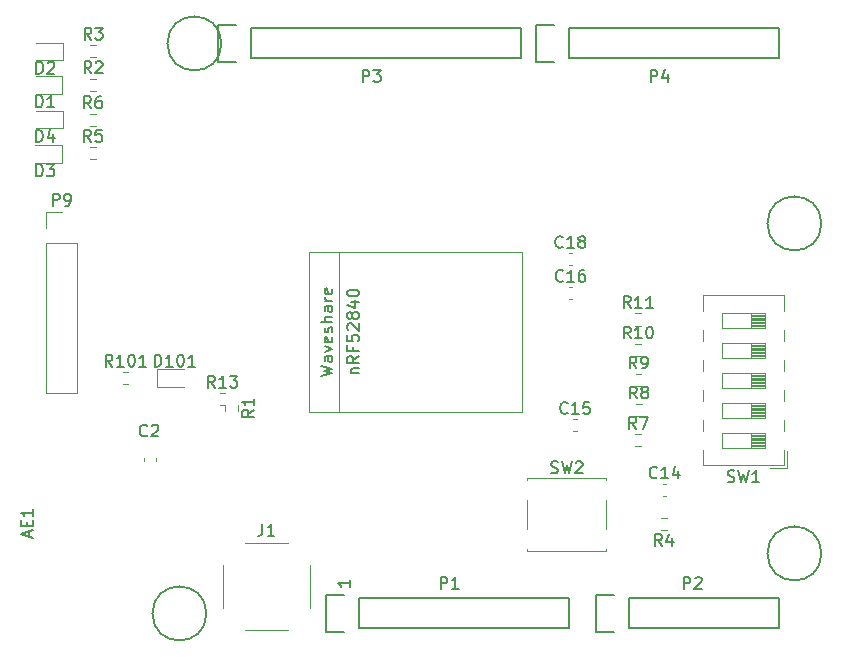
<source format=gbr>
%TF.GenerationSoftware,KiCad,Pcbnew,(5.1.7)-1*%
%TF.CreationDate,2020-11-28T10:02:44+01:00*%
%TF.ProjectId,Rhizo_Receiver_Shield,5268697a-6f5f-4526-9563-65697665725f,rev?*%
%TF.SameCoordinates,Original*%
%TF.FileFunction,Legend,Top*%
%TF.FilePolarity,Positive*%
%FSLAX46Y46*%
G04 Gerber Fmt 4.6, Leading zero omitted, Abs format (unit mm)*
G04 Created by KiCad (PCBNEW (5.1.7)-1) date 2020-11-28 10:02:44*
%MOMM*%
%LPD*%
G01*
G04 APERTURE LIST*
%ADD10C,0.150000*%
%ADD11C,0.120000*%
G04 APERTURE END LIST*
D10*
X139390380Y-120999285D02*
X139390380Y-121570714D01*
X139390380Y-121285000D02*
X138390380Y-121285000D01*
X138533238Y-121380238D01*
X138628476Y-121475476D01*
X138676095Y-121570714D01*
D11*
%TO.C,P9*%
X113671040Y-89833140D02*
X115001040Y-89833140D01*
X113671040Y-91163140D02*
X113671040Y-89833140D01*
X113671040Y-92433140D02*
X116331040Y-92433140D01*
X116331040Y-92433140D02*
X116331040Y-105193140D01*
X113671040Y-92433140D02*
X113671040Y-105193140D01*
X113671040Y-105193140D02*
X116331040Y-105193140D01*
%TO.C,C18*%
X157912853Y-94350300D02*
X158205387Y-94350300D01*
X157912853Y-93330300D02*
X158205387Y-93330300D01*
%TO.C,C16*%
X157934613Y-97223040D02*
X158227147Y-97223040D01*
X157934613Y-96203040D02*
X158227147Y-96203040D01*
%TO.C,C15*%
X158324333Y-108416820D02*
X158616867Y-108416820D01*
X158324333Y-107396820D02*
X158616867Y-107396820D01*
%TO.C,C14*%
X165890993Y-113885440D02*
X166183527Y-113885440D01*
X165890993Y-112865440D02*
X166183527Y-112865440D01*
%TO.C,C2*%
X122948160Y-110924727D02*
X122948160Y-110632193D01*
X121928160Y-110924727D02*
X121928160Y-110632193D01*
%TO.C,J1*%
X130534000Y-117859000D02*
X134134000Y-117859000D01*
X130534000Y-125219000D02*
X134134000Y-125219000D01*
X136014000Y-119739000D02*
X136014000Y-123339000D01*
X128654000Y-119739000D02*
X128654000Y-123339000D01*
%TO.C,U101*%
X138467280Y-93230940D02*
X138467280Y-106730940D01*
X153967280Y-93230940D02*
X135967280Y-93230940D01*
X153967280Y-106730940D02*
X153967280Y-93230940D01*
X135967280Y-106730940D02*
X153967280Y-106730940D01*
X135967280Y-93230940D02*
X135967280Y-106730940D01*
%TO.C,SW2*%
X154370240Y-118546560D02*
X161070240Y-118546560D01*
X161070240Y-112346560D02*
X154370240Y-112346560D01*
X161070240Y-114246560D02*
X161070240Y-116646560D01*
X154370240Y-114246560D02*
X154370240Y-116646560D01*
X154370240Y-112346560D02*
X154370240Y-112546560D01*
X154370240Y-118546560D02*
X154370240Y-118346560D01*
X161070240Y-118546560D02*
X161070240Y-118346560D01*
X161070240Y-112346560D02*
X161070240Y-112546560D01*
%TO.C,SW1*%
X173325873Y-99618800D02*
X173325873Y-98348800D01*
X174532540Y-98418800D02*
X173325873Y-98418800D01*
X174532540Y-98538800D02*
X173325873Y-98538800D01*
X174532540Y-98658800D02*
X173325873Y-98658800D01*
X174532540Y-98778800D02*
X173325873Y-98778800D01*
X174532540Y-98898800D02*
X173325873Y-98898800D01*
X174532540Y-99018800D02*
X173325873Y-99018800D01*
X174532540Y-99138800D02*
X173325873Y-99138800D01*
X174532540Y-99258800D02*
X173325873Y-99258800D01*
X174532540Y-99378800D02*
X173325873Y-99378800D01*
X174532540Y-99498800D02*
X173325873Y-99498800D01*
X170912540Y-99618800D02*
X174532540Y-99618800D01*
X170912540Y-98348800D02*
X170912540Y-99618800D01*
X174532540Y-98348800D02*
X170912540Y-98348800D01*
X174532540Y-99618800D02*
X174532540Y-98348800D01*
X173325873Y-102158800D02*
X173325873Y-100888800D01*
X174532540Y-100958800D02*
X173325873Y-100958800D01*
X174532540Y-101078800D02*
X173325873Y-101078800D01*
X174532540Y-101198800D02*
X173325873Y-101198800D01*
X174532540Y-101318800D02*
X173325873Y-101318800D01*
X174532540Y-101438800D02*
X173325873Y-101438800D01*
X174532540Y-101558800D02*
X173325873Y-101558800D01*
X174532540Y-101678800D02*
X173325873Y-101678800D01*
X174532540Y-101798800D02*
X173325873Y-101798800D01*
X174532540Y-101918800D02*
X173325873Y-101918800D01*
X174532540Y-102038800D02*
X173325873Y-102038800D01*
X170912540Y-102158800D02*
X174532540Y-102158800D01*
X170912540Y-100888800D02*
X170912540Y-102158800D01*
X174532540Y-100888800D02*
X170912540Y-100888800D01*
X174532540Y-102158800D02*
X174532540Y-100888800D01*
X173325873Y-104698800D02*
X173325873Y-103428800D01*
X174532540Y-103498800D02*
X173325873Y-103498800D01*
X174532540Y-103618800D02*
X173325873Y-103618800D01*
X174532540Y-103738800D02*
X173325873Y-103738800D01*
X174532540Y-103858800D02*
X173325873Y-103858800D01*
X174532540Y-103978800D02*
X173325873Y-103978800D01*
X174532540Y-104098800D02*
X173325873Y-104098800D01*
X174532540Y-104218800D02*
X173325873Y-104218800D01*
X174532540Y-104338800D02*
X173325873Y-104338800D01*
X174532540Y-104458800D02*
X173325873Y-104458800D01*
X174532540Y-104578800D02*
X173325873Y-104578800D01*
X170912540Y-104698800D02*
X174532540Y-104698800D01*
X170912540Y-103428800D02*
X170912540Y-104698800D01*
X174532540Y-103428800D02*
X170912540Y-103428800D01*
X174532540Y-104698800D02*
X174532540Y-103428800D01*
X173325873Y-107238800D02*
X173325873Y-105968800D01*
X174532540Y-106038800D02*
X173325873Y-106038800D01*
X174532540Y-106158800D02*
X173325873Y-106158800D01*
X174532540Y-106278800D02*
X173325873Y-106278800D01*
X174532540Y-106398800D02*
X173325873Y-106398800D01*
X174532540Y-106518800D02*
X173325873Y-106518800D01*
X174532540Y-106638800D02*
X173325873Y-106638800D01*
X174532540Y-106758800D02*
X173325873Y-106758800D01*
X174532540Y-106878800D02*
X173325873Y-106878800D01*
X174532540Y-106998800D02*
X173325873Y-106998800D01*
X174532540Y-107118800D02*
X173325873Y-107118800D01*
X170912540Y-107238800D02*
X174532540Y-107238800D01*
X170912540Y-105968800D02*
X170912540Y-107238800D01*
X174532540Y-105968800D02*
X170912540Y-105968800D01*
X174532540Y-107238800D02*
X174532540Y-105968800D01*
X173325873Y-109778800D02*
X173325873Y-108508800D01*
X174532540Y-108578800D02*
X173325873Y-108578800D01*
X174532540Y-108698800D02*
X173325873Y-108698800D01*
X174532540Y-108818800D02*
X173325873Y-108818800D01*
X174532540Y-108938800D02*
X173325873Y-108938800D01*
X174532540Y-109058800D02*
X173325873Y-109058800D01*
X174532540Y-109178800D02*
X173325873Y-109178800D01*
X174532540Y-109298800D02*
X173325873Y-109298800D01*
X174532540Y-109418800D02*
X173325873Y-109418800D01*
X174532540Y-109538800D02*
X173325873Y-109538800D01*
X174532540Y-109658800D02*
X173325873Y-109658800D01*
X170912540Y-109778800D02*
X174532540Y-109778800D01*
X170912540Y-108508800D02*
X170912540Y-109778800D01*
X174532540Y-108508800D02*
X170912540Y-108508800D01*
X174532540Y-109778800D02*
X174532540Y-108508800D01*
X176372540Y-111493800D02*
X176372540Y-110110800D01*
X176372540Y-111493800D02*
X174989540Y-111493800D01*
X169312540Y-108343800D02*
X169312540Y-107403800D01*
X169312540Y-111253800D02*
X169312540Y-109943800D01*
X169312540Y-105803800D02*
X169312540Y-104863800D01*
X169312540Y-103263800D02*
X169312540Y-102323800D01*
X169312540Y-100723800D02*
X169312540Y-99783800D01*
X169312540Y-98183800D02*
X169312540Y-96872800D01*
X176132540Y-98183800D02*
X176132540Y-96872800D01*
X176132540Y-100723800D02*
X176132540Y-99783800D01*
X176132540Y-103263800D02*
X176132540Y-102323800D01*
X176132540Y-105803800D02*
X176132540Y-104863800D01*
X176132540Y-108343800D02*
X176132540Y-107403800D01*
X176132540Y-111253800D02*
X176132540Y-109943800D01*
X176132540Y-96872800D02*
X169312540Y-96872800D01*
X176132540Y-111253800D02*
X169312540Y-111253800D01*
%TO.C,R101*%
X120173482Y-104416120D02*
X120647998Y-104416120D01*
X120173482Y-103371120D02*
X120647998Y-103371120D01*
%TO.C,R13*%
X128382762Y-106194120D02*
X128857278Y-106194120D01*
X128382762Y-105149120D02*
X128857278Y-105149120D01*
%TO.C,R11*%
X163566842Y-98413040D02*
X164041358Y-98413040D01*
X163566842Y-99458040D02*
X164041358Y-99458040D01*
%TO.C,R10*%
X163567342Y-102036140D02*
X164041858Y-102036140D01*
X163567342Y-100991140D02*
X164041858Y-100991140D01*
%TO.C,R9*%
X163595282Y-104571060D02*
X164069798Y-104571060D01*
X163595282Y-103526060D02*
X164069798Y-103526060D01*
%TO.C,R8*%
X163628302Y-107113600D02*
X164102818Y-107113600D01*
X163628302Y-106068600D02*
X164102818Y-106068600D01*
%TO.C,R7*%
X163565302Y-108623840D02*
X164039818Y-108623840D01*
X163565302Y-109668840D02*
X164039818Y-109668840D01*
%TO.C,R6*%
X117409962Y-82541640D02*
X117884478Y-82541640D01*
X117409962Y-81496640D02*
X117884478Y-81496640D01*
%TO.C,R5*%
X117402342Y-85376280D02*
X117876858Y-85376280D01*
X117402342Y-84331280D02*
X117876858Y-84331280D01*
%TO.C,R4*%
X166219138Y-115702820D02*
X165744622Y-115702820D01*
X166219138Y-116747820D02*
X165744622Y-116747820D01*
%TO.C,R3*%
X117437902Y-76737740D02*
X117912418Y-76737740D01*
X117437902Y-75692740D02*
X117912418Y-75692740D01*
%TO.C,R2*%
X117435362Y-79582540D02*
X117909878Y-79582540D01*
X117435362Y-78537540D02*
X117909878Y-78537540D01*
%TO.C,R1*%
X128867640Y-106186202D02*
X128867640Y-106660718D01*
X129912640Y-106186202D02*
X129912640Y-106660718D01*
%TO.C,D101*%
X123074160Y-104628620D02*
X125359160Y-104628620D01*
X123074160Y-103158620D02*
X123074160Y-104628620D01*
X125359160Y-103158620D02*
X123074160Y-103158620D01*
%TO.C,D4*%
X115073700Y-81273980D02*
X112788700Y-81273980D01*
X115073700Y-82743980D02*
X115073700Y-81273980D01*
X112788700Y-82743980D02*
X115073700Y-82743980D01*
%TO.C,D3*%
X115055920Y-84187360D02*
X112770920Y-84187360D01*
X115055920Y-85657360D02*
X115055920Y-84187360D01*
X112770920Y-85657360D02*
X115055920Y-85657360D01*
%TO.C,D2*%
X115081320Y-75492940D02*
X112796320Y-75492940D01*
X115081320Y-76962940D02*
X115081320Y-75492940D01*
X112796320Y-76962940D02*
X115081320Y-76962940D01*
%TO.C,D1*%
X115068820Y-78342820D02*
X112783820Y-78342820D01*
X115068820Y-79812820D02*
X115068820Y-78342820D01*
X112783820Y-79812820D02*
X115068820Y-79812820D01*
D10*
%TO.C,P1*%
X140208000Y-125095000D02*
X157988000Y-125095000D01*
X157988000Y-125095000D02*
X157988000Y-122555000D01*
X157988000Y-122555000D02*
X140208000Y-122555000D01*
X137388000Y-125375000D02*
X138938000Y-125375000D01*
X140208000Y-125095000D02*
X140208000Y-122555000D01*
X138938000Y-122275000D02*
X137388000Y-122275000D01*
X137388000Y-122275000D02*
X137388000Y-125375000D01*
%TO.C,P2*%
X163068000Y-125095000D02*
X175768000Y-125095000D01*
X175768000Y-125095000D02*
X175768000Y-122555000D01*
X175768000Y-122555000D02*
X163068000Y-122555000D01*
X160248000Y-125375000D02*
X161798000Y-125375000D01*
X163068000Y-125095000D02*
X163068000Y-122555000D01*
X161798000Y-122275000D02*
X160248000Y-122275000D01*
X160248000Y-122275000D02*
X160248000Y-125375000D01*
%TO.C,P3*%
X131064000Y-76835000D02*
X153924000Y-76835000D01*
X153924000Y-76835000D02*
X153924000Y-74295000D01*
X153924000Y-74295000D02*
X131064000Y-74295000D01*
X128244000Y-77115000D02*
X129794000Y-77115000D01*
X131064000Y-76835000D02*
X131064000Y-74295000D01*
X129794000Y-74015000D02*
X128244000Y-74015000D01*
X128244000Y-74015000D02*
X128244000Y-77115000D01*
%TO.C,P4*%
X157988000Y-76835000D02*
X175768000Y-76835000D01*
X175768000Y-76835000D02*
X175768000Y-74295000D01*
X175768000Y-74295000D02*
X157988000Y-74295000D01*
X155168000Y-77115000D02*
X156718000Y-77115000D01*
X157988000Y-76835000D02*
X157988000Y-74295000D01*
X156718000Y-74015000D02*
X155168000Y-74015000D01*
X155168000Y-74015000D02*
X155168000Y-77115000D01*
%TO.C,P5*%
X127254000Y-123825000D02*
G75*
G03*
X127254000Y-123825000I-2286000J0D01*
G01*
%TO.C,P6*%
X179324000Y-118745000D02*
G75*
G03*
X179324000Y-118745000I-2286000J0D01*
G01*
%TO.C,P7*%
X128524000Y-75565000D02*
G75*
G03*
X128524000Y-75565000I-2286000J0D01*
G01*
%TO.C,P8*%
X179324000Y-90805000D02*
G75*
G03*
X179324000Y-90805000I-2286000J0D01*
G01*
%TO.C,P9*%
X114262944Y-89285520D02*
X114262944Y-88285520D01*
X114643897Y-88285520D01*
X114739135Y-88333140D01*
X114786754Y-88380759D01*
X114834373Y-88475997D01*
X114834373Y-88618854D01*
X114786754Y-88714092D01*
X114739135Y-88761711D01*
X114643897Y-88809330D01*
X114262944Y-88809330D01*
X115310563Y-89285520D02*
X115501040Y-89285520D01*
X115596278Y-89237901D01*
X115643897Y-89190282D01*
X115739135Y-89047425D01*
X115786754Y-88856949D01*
X115786754Y-88475997D01*
X115739135Y-88380759D01*
X115691516Y-88333140D01*
X115596278Y-88285520D01*
X115405801Y-88285520D01*
X115310563Y-88333140D01*
X115262944Y-88380759D01*
X115215325Y-88475997D01*
X115215325Y-88714092D01*
X115262944Y-88809330D01*
X115310563Y-88856949D01*
X115405801Y-88904568D01*
X115596278Y-88904568D01*
X115691516Y-88856949D01*
X115739135Y-88809330D01*
X115786754Y-88714092D01*
%TO.C,C18*%
X157416262Y-92767442D02*
X157368643Y-92815061D01*
X157225786Y-92862680D01*
X157130548Y-92862680D01*
X156987691Y-92815061D01*
X156892453Y-92719823D01*
X156844834Y-92624585D01*
X156797215Y-92434109D01*
X156797215Y-92291252D01*
X156844834Y-92100776D01*
X156892453Y-92005538D01*
X156987691Y-91910300D01*
X157130548Y-91862680D01*
X157225786Y-91862680D01*
X157368643Y-91910300D01*
X157416262Y-91957919D01*
X158368643Y-92862680D02*
X157797215Y-92862680D01*
X158082929Y-92862680D02*
X158082929Y-91862680D01*
X157987691Y-92005538D01*
X157892453Y-92100776D01*
X157797215Y-92148395D01*
X158940072Y-92291252D02*
X158844834Y-92243633D01*
X158797215Y-92196014D01*
X158749596Y-92100776D01*
X158749596Y-92053157D01*
X158797215Y-91957919D01*
X158844834Y-91910300D01*
X158940072Y-91862680D01*
X159130548Y-91862680D01*
X159225786Y-91910300D01*
X159273405Y-91957919D01*
X159321024Y-92053157D01*
X159321024Y-92100776D01*
X159273405Y-92196014D01*
X159225786Y-92243633D01*
X159130548Y-92291252D01*
X158940072Y-92291252D01*
X158844834Y-92338871D01*
X158797215Y-92386490D01*
X158749596Y-92481728D01*
X158749596Y-92672204D01*
X158797215Y-92767442D01*
X158844834Y-92815061D01*
X158940072Y-92862680D01*
X159130548Y-92862680D01*
X159225786Y-92815061D01*
X159273405Y-92767442D01*
X159321024Y-92672204D01*
X159321024Y-92481728D01*
X159273405Y-92386490D01*
X159225786Y-92338871D01*
X159130548Y-92291252D01*
%TO.C,C16*%
X157438022Y-95640182D02*
X157390403Y-95687801D01*
X157247546Y-95735420D01*
X157152308Y-95735420D01*
X157009451Y-95687801D01*
X156914213Y-95592563D01*
X156866594Y-95497325D01*
X156818975Y-95306849D01*
X156818975Y-95163992D01*
X156866594Y-94973516D01*
X156914213Y-94878278D01*
X157009451Y-94783040D01*
X157152308Y-94735420D01*
X157247546Y-94735420D01*
X157390403Y-94783040D01*
X157438022Y-94830659D01*
X158390403Y-95735420D02*
X157818975Y-95735420D01*
X158104689Y-95735420D02*
X158104689Y-94735420D01*
X158009451Y-94878278D01*
X157914213Y-94973516D01*
X157818975Y-95021135D01*
X159247546Y-94735420D02*
X159057070Y-94735420D01*
X158961832Y-94783040D01*
X158914213Y-94830659D01*
X158818975Y-94973516D01*
X158771356Y-95163992D01*
X158771356Y-95544944D01*
X158818975Y-95640182D01*
X158866594Y-95687801D01*
X158961832Y-95735420D01*
X159152308Y-95735420D01*
X159247546Y-95687801D01*
X159295165Y-95640182D01*
X159342784Y-95544944D01*
X159342784Y-95306849D01*
X159295165Y-95211611D01*
X159247546Y-95163992D01*
X159152308Y-95116373D01*
X158961832Y-95116373D01*
X158866594Y-95163992D01*
X158818975Y-95211611D01*
X158771356Y-95306849D01*
%TO.C,C15*%
X157827742Y-106833962D02*
X157780123Y-106881581D01*
X157637266Y-106929200D01*
X157542028Y-106929200D01*
X157399171Y-106881581D01*
X157303933Y-106786343D01*
X157256314Y-106691105D01*
X157208695Y-106500629D01*
X157208695Y-106357772D01*
X157256314Y-106167296D01*
X157303933Y-106072058D01*
X157399171Y-105976820D01*
X157542028Y-105929200D01*
X157637266Y-105929200D01*
X157780123Y-105976820D01*
X157827742Y-106024439D01*
X158780123Y-106929200D02*
X158208695Y-106929200D01*
X158494409Y-106929200D02*
X158494409Y-105929200D01*
X158399171Y-106072058D01*
X158303933Y-106167296D01*
X158208695Y-106214915D01*
X159684885Y-105929200D02*
X159208695Y-105929200D01*
X159161076Y-106405391D01*
X159208695Y-106357772D01*
X159303933Y-106310153D01*
X159542028Y-106310153D01*
X159637266Y-106357772D01*
X159684885Y-106405391D01*
X159732504Y-106500629D01*
X159732504Y-106738724D01*
X159684885Y-106833962D01*
X159637266Y-106881581D01*
X159542028Y-106929200D01*
X159303933Y-106929200D01*
X159208695Y-106881581D01*
X159161076Y-106833962D01*
%TO.C,C14*%
X165394402Y-112302582D02*
X165346783Y-112350201D01*
X165203926Y-112397820D01*
X165108688Y-112397820D01*
X164965831Y-112350201D01*
X164870593Y-112254963D01*
X164822974Y-112159725D01*
X164775355Y-111969249D01*
X164775355Y-111826392D01*
X164822974Y-111635916D01*
X164870593Y-111540678D01*
X164965831Y-111445440D01*
X165108688Y-111397820D01*
X165203926Y-111397820D01*
X165346783Y-111445440D01*
X165394402Y-111493059D01*
X166346783Y-112397820D02*
X165775355Y-112397820D01*
X166061069Y-112397820D02*
X166061069Y-111397820D01*
X165965831Y-111540678D01*
X165870593Y-111635916D01*
X165775355Y-111683535D01*
X167203926Y-111731154D02*
X167203926Y-112397820D01*
X166965831Y-111350201D02*
X166727736Y-112064487D01*
X167346783Y-112064487D01*
%TO.C,C2*%
X122230853Y-108741482D02*
X122183234Y-108789101D01*
X122040377Y-108836720D01*
X121945139Y-108836720D01*
X121802281Y-108789101D01*
X121707043Y-108693863D01*
X121659424Y-108598625D01*
X121611805Y-108408149D01*
X121611805Y-108265292D01*
X121659424Y-108074816D01*
X121707043Y-107979578D01*
X121802281Y-107884340D01*
X121945139Y-107836720D01*
X122040377Y-107836720D01*
X122183234Y-107884340D01*
X122230853Y-107931959D01*
X122611805Y-107931959D02*
X122659424Y-107884340D01*
X122754662Y-107836720D01*
X122992758Y-107836720D01*
X123087996Y-107884340D01*
X123135615Y-107931959D01*
X123183234Y-108027197D01*
X123183234Y-108122435D01*
X123135615Y-108265292D01*
X122564186Y-108836720D01*
X123183234Y-108836720D01*
%TO.C,J1*%
X132000666Y-116241380D02*
X132000666Y-116955666D01*
X131953047Y-117098523D01*
X131857809Y-117193761D01*
X131714952Y-117241380D01*
X131619714Y-117241380D01*
X133000666Y-117241380D02*
X132429238Y-117241380D01*
X132714952Y-117241380D02*
X132714952Y-116241380D01*
X132619714Y-116384238D01*
X132524476Y-116479476D01*
X132429238Y-116527095D01*
%TO.C,U101*%
X139502994Y-103504749D02*
X140169660Y-103504749D01*
X139598232Y-103504749D02*
X139550613Y-103457130D01*
X139502994Y-103361892D01*
X139502994Y-103219035D01*
X139550613Y-103123797D01*
X139645851Y-103076178D01*
X140169660Y-103076178D01*
X140169660Y-102028559D02*
X139693470Y-102361892D01*
X140169660Y-102599987D02*
X139169660Y-102599987D01*
X139169660Y-102219035D01*
X139217280Y-102123797D01*
X139264899Y-102076178D01*
X139360137Y-102028559D01*
X139502994Y-102028559D01*
X139598232Y-102076178D01*
X139645851Y-102123797D01*
X139693470Y-102219035D01*
X139693470Y-102599987D01*
X139645851Y-101266654D02*
X139645851Y-101599987D01*
X140169660Y-101599987D02*
X139169660Y-101599987D01*
X139169660Y-101123797D01*
X139169660Y-100266654D02*
X139169660Y-100742844D01*
X139645851Y-100790463D01*
X139598232Y-100742844D01*
X139550613Y-100647606D01*
X139550613Y-100409511D01*
X139598232Y-100314273D01*
X139645851Y-100266654D01*
X139741089Y-100219035D01*
X139979184Y-100219035D01*
X140074422Y-100266654D01*
X140122041Y-100314273D01*
X140169660Y-100409511D01*
X140169660Y-100647606D01*
X140122041Y-100742844D01*
X140074422Y-100790463D01*
X139264899Y-99838082D02*
X139217280Y-99790463D01*
X139169660Y-99695225D01*
X139169660Y-99457130D01*
X139217280Y-99361892D01*
X139264899Y-99314273D01*
X139360137Y-99266654D01*
X139455375Y-99266654D01*
X139598232Y-99314273D01*
X140169660Y-99885701D01*
X140169660Y-99266654D01*
X139598232Y-98695225D02*
X139550613Y-98790463D01*
X139502994Y-98838082D01*
X139407756Y-98885701D01*
X139360137Y-98885701D01*
X139264899Y-98838082D01*
X139217280Y-98790463D01*
X139169660Y-98695225D01*
X139169660Y-98504749D01*
X139217280Y-98409511D01*
X139264899Y-98361892D01*
X139360137Y-98314273D01*
X139407756Y-98314273D01*
X139502994Y-98361892D01*
X139550613Y-98409511D01*
X139598232Y-98504749D01*
X139598232Y-98695225D01*
X139645851Y-98790463D01*
X139693470Y-98838082D01*
X139788708Y-98885701D01*
X139979184Y-98885701D01*
X140074422Y-98838082D01*
X140122041Y-98790463D01*
X140169660Y-98695225D01*
X140169660Y-98504749D01*
X140122041Y-98409511D01*
X140074422Y-98361892D01*
X139979184Y-98314273D01*
X139788708Y-98314273D01*
X139693470Y-98361892D01*
X139645851Y-98409511D01*
X139598232Y-98504749D01*
X139502994Y-97457130D02*
X140169660Y-97457130D01*
X139122041Y-97695225D02*
X139836327Y-97933320D01*
X139836327Y-97314273D01*
X139169660Y-96742844D02*
X139169660Y-96647606D01*
X139217280Y-96552368D01*
X139264899Y-96504749D01*
X139360137Y-96457130D01*
X139550613Y-96409511D01*
X139788708Y-96409511D01*
X139979184Y-96457130D01*
X140074422Y-96504749D01*
X140122041Y-96552368D01*
X140169660Y-96647606D01*
X140169660Y-96742844D01*
X140122041Y-96838082D01*
X140074422Y-96885701D01*
X139979184Y-96933320D01*
X139788708Y-96980940D01*
X139550613Y-96980940D01*
X139360137Y-96933320D01*
X139264899Y-96885701D01*
X139217280Y-96838082D01*
X139169660Y-96742844D01*
X136919660Y-103719035D02*
X137919660Y-103480940D01*
X137205375Y-103290463D01*
X137919660Y-103099987D01*
X136919660Y-102861892D01*
X137919660Y-102052368D02*
X137395851Y-102052368D01*
X137300613Y-102099987D01*
X137252994Y-102195225D01*
X137252994Y-102385701D01*
X137300613Y-102480940D01*
X137872041Y-102052368D02*
X137919660Y-102147606D01*
X137919660Y-102385701D01*
X137872041Y-102480940D01*
X137776803Y-102528559D01*
X137681565Y-102528559D01*
X137586327Y-102480940D01*
X137538708Y-102385701D01*
X137538708Y-102147606D01*
X137491089Y-102052368D01*
X137252994Y-101671416D02*
X137919660Y-101433320D01*
X137252994Y-101195225D01*
X137872041Y-100433320D02*
X137919660Y-100528559D01*
X137919660Y-100719035D01*
X137872041Y-100814273D01*
X137776803Y-100861892D01*
X137395851Y-100861892D01*
X137300613Y-100814273D01*
X137252994Y-100719035D01*
X137252994Y-100528559D01*
X137300613Y-100433320D01*
X137395851Y-100385701D01*
X137491089Y-100385701D01*
X137586327Y-100861892D01*
X137872041Y-100004749D02*
X137919660Y-99909511D01*
X137919660Y-99719035D01*
X137872041Y-99623797D01*
X137776803Y-99576178D01*
X137729184Y-99576178D01*
X137633946Y-99623797D01*
X137586327Y-99719035D01*
X137586327Y-99861892D01*
X137538708Y-99957130D01*
X137443470Y-100004749D01*
X137395851Y-100004749D01*
X137300613Y-99957130D01*
X137252994Y-99861892D01*
X137252994Y-99719035D01*
X137300613Y-99623797D01*
X137919660Y-99147606D02*
X136919660Y-99147606D01*
X137919660Y-98719035D02*
X137395851Y-98719035D01*
X137300613Y-98766654D01*
X137252994Y-98861892D01*
X137252994Y-99004749D01*
X137300613Y-99099987D01*
X137348232Y-99147606D01*
X137919660Y-97814273D02*
X137395851Y-97814273D01*
X137300613Y-97861892D01*
X137252994Y-97957130D01*
X137252994Y-98147606D01*
X137300613Y-98242844D01*
X137872041Y-97814273D02*
X137919660Y-97909511D01*
X137919660Y-98147606D01*
X137872041Y-98242844D01*
X137776803Y-98290463D01*
X137681565Y-98290463D01*
X137586327Y-98242844D01*
X137538708Y-98147606D01*
X137538708Y-97909511D01*
X137491089Y-97814273D01*
X137919660Y-97338082D02*
X137252994Y-97338082D01*
X137443470Y-97338082D02*
X137348232Y-97290463D01*
X137300613Y-97242844D01*
X137252994Y-97147606D01*
X137252994Y-97052368D01*
X137872041Y-96338082D02*
X137919660Y-96433320D01*
X137919660Y-96623797D01*
X137872041Y-96719035D01*
X137776803Y-96766654D01*
X137395851Y-96766654D01*
X137300613Y-96719035D01*
X137252994Y-96623797D01*
X137252994Y-96433320D01*
X137300613Y-96338082D01*
X137395851Y-96290463D01*
X137491089Y-96290463D01*
X137586327Y-96766654D01*
%TO.C,SW2*%
X156436906Y-111901321D02*
X156579763Y-111948940D01*
X156817859Y-111948940D01*
X156913097Y-111901321D01*
X156960716Y-111853702D01*
X157008335Y-111758464D01*
X157008335Y-111663226D01*
X156960716Y-111567988D01*
X156913097Y-111520369D01*
X156817859Y-111472750D01*
X156627382Y-111425131D01*
X156532144Y-111377512D01*
X156484525Y-111329893D01*
X156436906Y-111234655D01*
X156436906Y-111139417D01*
X156484525Y-111044179D01*
X156532144Y-110996560D01*
X156627382Y-110948940D01*
X156865478Y-110948940D01*
X157008335Y-110996560D01*
X157341668Y-110948940D02*
X157579763Y-111948940D01*
X157770240Y-111234655D01*
X157960716Y-111948940D01*
X158198811Y-110948940D01*
X158532144Y-111044179D02*
X158579763Y-110996560D01*
X158675001Y-110948940D01*
X158913097Y-110948940D01*
X159008335Y-110996560D01*
X159055954Y-111044179D01*
X159103573Y-111139417D01*
X159103573Y-111234655D01*
X159055954Y-111377512D01*
X158484525Y-111948940D01*
X159103573Y-111948940D01*
%TO.C,SW1*%
X171389206Y-112658561D02*
X171532063Y-112706180D01*
X171770159Y-112706180D01*
X171865397Y-112658561D01*
X171913016Y-112610942D01*
X171960635Y-112515704D01*
X171960635Y-112420466D01*
X171913016Y-112325228D01*
X171865397Y-112277609D01*
X171770159Y-112229990D01*
X171579682Y-112182371D01*
X171484444Y-112134752D01*
X171436825Y-112087133D01*
X171389206Y-111991895D01*
X171389206Y-111896657D01*
X171436825Y-111801419D01*
X171484444Y-111753800D01*
X171579682Y-111706180D01*
X171817778Y-111706180D01*
X171960635Y-111753800D01*
X172293968Y-111706180D02*
X172532063Y-112706180D01*
X172722540Y-111991895D01*
X172913016Y-112706180D01*
X173151111Y-111706180D01*
X174055873Y-112706180D02*
X173484444Y-112706180D01*
X173770159Y-112706180D02*
X173770159Y-111706180D01*
X173674920Y-111849038D01*
X173579682Y-111944276D01*
X173484444Y-111991895D01*
%TO.C,R101*%
X119291692Y-102916000D02*
X118958359Y-102439810D01*
X118720263Y-102916000D02*
X118720263Y-101916000D01*
X119101216Y-101916000D01*
X119196454Y-101963620D01*
X119244073Y-102011239D01*
X119291692Y-102106477D01*
X119291692Y-102249334D01*
X119244073Y-102344572D01*
X119196454Y-102392191D01*
X119101216Y-102439810D01*
X118720263Y-102439810D01*
X120244073Y-102916000D02*
X119672644Y-102916000D01*
X119958359Y-102916000D02*
X119958359Y-101916000D01*
X119863120Y-102058858D01*
X119767882Y-102154096D01*
X119672644Y-102201715D01*
X120863120Y-101916000D02*
X120958359Y-101916000D01*
X121053597Y-101963620D01*
X121101216Y-102011239D01*
X121148835Y-102106477D01*
X121196454Y-102296953D01*
X121196454Y-102535048D01*
X121148835Y-102725524D01*
X121101216Y-102820762D01*
X121053597Y-102868381D01*
X120958359Y-102916000D01*
X120863120Y-102916000D01*
X120767882Y-102868381D01*
X120720263Y-102820762D01*
X120672644Y-102725524D01*
X120625025Y-102535048D01*
X120625025Y-102296953D01*
X120672644Y-102106477D01*
X120720263Y-102011239D01*
X120767882Y-101963620D01*
X120863120Y-101916000D01*
X122148835Y-102916000D02*
X121577406Y-102916000D01*
X121863120Y-102916000D02*
X121863120Y-101916000D01*
X121767882Y-102058858D01*
X121672644Y-102154096D01*
X121577406Y-102201715D01*
%TO.C,R13*%
X127977162Y-104694000D02*
X127643829Y-104217810D01*
X127405734Y-104694000D02*
X127405734Y-103694000D01*
X127786686Y-103694000D01*
X127881924Y-103741620D01*
X127929543Y-103789239D01*
X127977162Y-103884477D01*
X127977162Y-104027334D01*
X127929543Y-104122572D01*
X127881924Y-104170191D01*
X127786686Y-104217810D01*
X127405734Y-104217810D01*
X128929543Y-104694000D02*
X128358115Y-104694000D01*
X128643829Y-104694000D02*
X128643829Y-103694000D01*
X128548591Y-103836858D01*
X128453353Y-103932096D01*
X128358115Y-103979715D01*
X129262877Y-103694000D02*
X129881924Y-103694000D01*
X129548591Y-104074953D01*
X129691448Y-104074953D01*
X129786686Y-104122572D01*
X129834305Y-104170191D01*
X129881924Y-104265429D01*
X129881924Y-104503524D01*
X129834305Y-104598762D01*
X129786686Y-104646381D01*
X129691448Y-104694000D01*
X129405734Y-104694000D01*
X129310496Y-104646381D01*
X129262877Y-104598762D01*
%TO.C,R11*%
X163161242Y-97957920D02*
X162827909Y-97481730D01*
X162589814Y-97957920D02*
X162589814Y-96957920D01*
X162970766Y-96957920D01*
X163066004Y-97005540D01*
X163113623Y-97053159D01*
X163161242Y-97148397D01*
X163161242Y-97291254D01*
X163113623Y-97386492D01*
X163066004Y-97434111D01*
X162970766Y-97481730D01*
X162589814Y-97481730D01*
X164113623Y-97957920D02*
X163542195Y-97957920D01*
X163827909Y-97957920D02*
X163827909Y-96957920D01*
X163732671Y-97100778D01*
X163637433Y-97196016D01*
X163542195Y-97243635D01*
X165066004Y-97957920D02*
X164494576Y-97957920D01*
X164780290Y-97957920D02*
X164780290Y-96957920D01*
X164685052Y-97100778D01*
X164589814Y-97196016D01*
X164494576Y-97243635D01*
%TO.C,R10*%
X163161742Y-100536020D02*
X162828409Y-100059830D01*
X162590314Y-100536020D02*
X162590314Y-99536020D01*
X162971266Y-99536020D01*
X163066504Y-99583640D01*
X163114123Y-99631259D01*
X163161742Y-99726497D01*
X163161742Y-99869354D01*
X163114123Y-99964592D01*
X163066504Y-100012211D01*
X162971266Y-100059830D01*
X162590314Y-100059830D01*
X164114123Y-100536020D02*
X163542695Y-100536020D01*
X163828409Y-100536020D02*
X163828409Y-99536020D01*
X163733171Y-99678878D01*
X163637933Y-99774116D01*
X163542695Y-99821735D01*
X164733171Y-99536020D02*
X164828409Y-99536020D01*
X164923647Y-99583640D01*
X164971266Y-99631259D01*
X165018885Y-99726497D01*
X165066504Y-99916973D01*
X165066504Y-100155068D01*
X165018885Y-100345544D01*
X164971266Y-100440782D01*
X164923647Y-100488401D01*
X164828409Y-100536020D01*
X164733171Y-100536020D01*
X164637933Y-100488401D01*
X164590314Y-100440782D01*
X164542695Y-100345544D01*
X164495076Y-100155068D01*
X164495076Y-99916973D01*
X164542695Y-99726497D01*
X164590314Y-99631259D01*
X164637933Y-99583640D01*
X164733171Y-99536020D01*
%TO.C,R9*%
X163665873Y-103070940D02*
X163332540Y-102594750D01*
X163094444Y-103070940D02*
X163094444Y-102070940D01*
X163475397Y-102070940D01*
X163570635Y-102118560D01*
X163618254Y-102166179D01*
X163665873Y-102261417D01*
X163665873Y-102404274D01*
X163618254Y-102499512D01*
X163570635Y-102547131D01*
X163475397Y-102594750D01*
X163094444Y-102594750D01*
X164142063Y-103070940D02*
X164332540Y-103070940D01*
X164427778Y-103023321D01*
X164475397Y-102975702D01*
X164570635Y-102832845D01*
X164618254Y-102642369D01*
X164618254Y-102261417D01*
X164570635Y-102166179D01*
X164523016Y-102118560D01*
X164427778Y-102070940D01*
X164237301Y-102070940D01*
X164142063Y-102118560D01*
X164094444Y-102166179D01*
X164046825Y-102261417D01*
X164046825Y-102499512D01*
X164094444Y-102594750D01*
X164142063Y-102642369D01*
X164237301Y-102689988D01*
X164427778Y-102689988D01*
X164523016Y-102642369D01*
X164570635Y-102594750D01*
X164618254Y-102499512D01*
%TO.C,R8*%
X163698893Y-105613480D02*
X163365560Y-105137290D01*
X163127464Y-105613480D02*
X163127464Y-104613480D01*
X163508417Y-104613480D01*
X163603655Y-104661100D01*
X163651274Y-104708719D01*
X163698893Y-104803957D01*
X163698893Y-104946814D01*
X163651274Y-105042052D01*
X163603655Y-105089671D01*
X163508417Y-105137290D01*
X163127464Y-105137290D01*
X164270321Y-105042052D02*
X164175083Y-104994433D01*
X164127464Y-104946814D01*
X164079845Y-104851576D01*
X164079845Y-104803957D01*
X164127464Y-104708719D01*
X164175083Y-104661100D01*
X164270321Y-104613480D01*
X164460798Y-104613480D01*
X164556036Y-104661100D01*
X164603655Y-104708719D01*
X164651274Y-104803957D01*
X164651274Y-104851576D01*
X164603655Y-104946814D01*
X164556036Y-104994433D01*
X164460798Y-105042052D01*
X164270321Y-105042052D01*
X164175083Y-105089671D01*
X164127464Y-105137290D01*
X164079845Y-105232528D01*
X164079845Y-105423004D01*
X164127464Y-105518242D01*
X164175083Y-105565861D01*
X164270321Y-105613480D01*
X164460798Y-105613480D01*
X164556036Y-105565861D01*
X164603655Y-105518242D01*
X164651274Y-105423004D01*
X164651274Y-105232528D01*
X164603655Y-105137290D01*
X164556036Y-105089671D01*
X164460798Y-105042052D01*
%TO.C,R7*%
X163635893Y-108168720D02*
X163302560Y-107692530D01*
X163064464Y-108168720D02*
X163064464Y-107168720D01*
X163445417Y-107168720D01*
X163540655Y-107216340D01*
X163588274Y-107263959D01*
X163635893Y-107359197D01*
X163635893Y-107502054D01*
X163588274Y-107597292D01*
X163540655Y-107644911D01*
X163445417Y-107692530D01*
X163064464Y-107692530D01*
X163969226Y-107168720D02*
X164635893Y-107168720D01*
X164207321Y-108168720D01*
%TO.C,R6*%
X117480553Y-81041520D02*
X117147220Y-80565330D01*
X116909124Y-81041520D02*
X116909124Y-80041520D01*
X117290077Y-80041520D01*
X117385315Y-80089140D01*
X117432934Y-80136759D01*
X117480553Y-80231997D01*
X117480553Y-80374854D01*
X117432934Y-80470092D01*
X117385315Y-80517711D01*
X117290077Y-80565330D01*
X116909124Y-80565330D01*
X118337696Y-80041520D02*
X118147220Y-80041520D01*
X118051981Y-80089140D01*
X118004362Y-80136759D01*
X117909124Y-80279616D01*
X117861505Y-80470092D01*
X117861505Y-80851044D01*
X117909124Y-80946282D01*
X117956743Y-80993901D01*
X118051981Y-81041520D01*
X118242458Y-81041520D01*
X118337696Y-80993901D01*
X118385315Y-80946282D01*
X118432934Y-80851044D01*
X118432934Y-80612949D01*
X118385315Y-80517711D01*
X118337696Y-80470092D01*
X118242458Y-80422473D01*
X118051981Y-80422473D01*
X117956743Y-80470092D01*
X117909124Y-80517711D01*
X117861505Y-80612949D01*
%TO.C,R5*%
X117472933Y-83876160D02*
X117139600Y-83399970D01*
X116901504Y-83876160D02*
X116901504Y-82876160D01*
X117282457Y-82876160D01*
X117377695Y-82923780D01*
X117425314Y-82971399D01*
X117472933Y-83066637D01*
X117472933Y-83209494D01*
X117425314Y-83304732D01*
X117377695Y-83352351D01*
X117282457Y-83399970D01*
X116901504Y-83399970D01*
X118377695Y-82876160D02*
X117901504Y-82876160D01*
X117853885Y-83352351D01*
X117901504Y-83304732D01*
X117996742Y-83257113D01*
X118234838Y-83257113D01*
X118330076Y-83304732D01*
X118377695Y-83352351D01*
X118425314Y-83447589D01*
X118425314Y-83685684D01*
X118377695Y-83780922D01*
X118330076Y-83828541D01*
X118234838Y-83876160D01*
X117996742Y-83876160D01*
X117901504Y-83828541D01*
X117853885Y-83780922D01*
%TO.C,R4*%
X165815213Y-118107700D02*
X165481880Y-117631510D01*
X165243784Y-118107700D02*
X165243784Y-117107700D01*
X165624737Y-117107700D01*
X165719975Y-117155320D01*
X165767594Y-117202939D01*
X165815213Y-117298177D01*
X165815213Y-117441034D01*
X165767594Y-117536272D01*
X165719975Y-117583891D01*
X165624737Y-117631510D01*
X165243784Y-117631510D01*
X166672356Y-117441034D02*
X166672356Y-118107700D01*
X166434260Y-117060081D02*
X166196165Y-117774367D01*
X166815213Y-117774367D01*
%TO.C,R3*%
X117508493Y-75237620D02*
X117175160Y-74761430D01*
X116937064Y-75237620D02*
X116937064Y-74237620D01*
X117318017Y-74237620D01*
X117413255Y-74285240D01*
X117460874Y-74332859D01*
X117508493Y-74428097D01*
X117508493Y-74570954D01*
X117460874Y-74666192D01*
X117413255Y-74713811D01*
X117318017Y-74761430D01*
X116937064Y-74761430D01*
X117841826Y-74237620D02*
X118460874Y-74237620D01*
X118127540Y-74618573D01*
X118270398Y-74618573D01*
X118365636Y-74666192D01*
X118413255Y-74713811D01*
X118460874Y-74809049D01*
X118460874Y-75047144D01*
X118413255Y-75142382D01*
X118365636Y-75190001D01*
X118270398Y-75237620D01*
X117984683Y-75237620D01*
X117889445Y-75190001D01*
X117841826Y-75142382D01*
%TO.C,R2*%
X117505953Y-78082420D02*
X117172620Y-77606230D01*
X116934524Y-78082420D02*
X116934524Y-77082420D01*
X117315477Y-77082420D01*
X117410715Y-77130040D01*
X117458334Y-77177659D01*
X117505953Y-77272897D01*
X117505953Y-77415754D01*
X117458334Y-77510992D01*
X117410715Y-77558611D01*
X117315477Y-77606230D01*
X116934524Y-77606230D01*
X117886905Y-77177659D02*
X117934524Y-77130040D01*
X118029762Y-77082420D01*
X118267858Y-77082420D01*
X118363096Y-77130040D01*
X118410715Y-77177659D01*
X118458334Y-77272897D01*
X118458334Y-77368135D01*
X118410715Y-77510992D01*
X117839286Y-78082420D01*
X118458334Y-78082420D01*
%TO.C,R1*%
X131272520Y-106590126D02*
X130796330Y-106923460D01*
X131272520Y-107161555D02*
X130272520Y-107161555D01*
X130272520Y-106780602D01*
X130320140Y-106685364D01*
X130367759Y-106637745D01*
X130462997Y-106590126D01*
X130605854Y-106590126D01*
X130701092Y-106637745D01*
X130748711Y-106685364D01*
X130796330Y-106780602D01*
X130796330Y-107161555D01*
X131272520Y-105637745D02*
X131272520Y-106209174D01*
X131272520Y-105923460D02*
X130272520Y-105923460D01*
X130415378Y-106018698D01*
X130510616Y-106113936D01*
X130558235Y-106209174D01*
%TO.C,D101*%
X122868683Y-102916000D02*
X122868683Y-101916000D01*
X123106779Y-101916000D01*
X123249636Y-101963620D01*
X123344874Y-102058858D01*
X123392493Y-102154096D01*
X123440112Y-102344572D01*
X123440112Y-102487429D01*
X123392493Y-102677905D01*
X123344874Y-102773143D01*
X123249636Y-102868381D01*
X123106779Y-102916000D01*
X122868683Y-102916000D01*
X124392493Y-102916000D02*
X123821064Y-102916000D01*
X124106779Y-102916000D02*
X124106779Y-101916000D01*
X124011540Y-102058858D01*
X123916302Y-102154096D01*
X123821064Y-102201715D01*
X125011540Y-101916000D02*
X125106779Y-101916000D01*
X125202017Y-101963620D01*
X125249636Y-102011239D01*
X125297255Y-102106477D01*
X125344874Y-102296953D01*
X125344874Y-102535048D01*
X125297255Y-102725524D01*
X125249636Y-102820762D01*
X125202017Y-102868381D01*
X125106779Y-102916000D01*
X125011540Y-102916000D01*
X124916302Y-102868381D01*
X124868683Y-102820762D01*
X124821064Y-102725524D01*
X124773445Y-102535048D01*
X124773445Y-102296953D01*
X124821064Y-102106477D01*
X124868683Y-102011239D01*
X124916302Y-101963620D01*
X125011540Y-101916000D01*
X126297255Y-102916000D02*
X125725826Y-102916000D01*
X126011540Y-102916000D02*
X126011540Y-101916000D01*
X125916302Y-102058858D01*
X125821064Y-102154096D01*
X125725826Y-102201715D01*
%TO.C,D4*%
X112850604Y-83891360D02*
X112850604Y-82891360D01*
X113088700Y-82891360D01*
X113231557Y-82938980D01*
X113326795Y-83034218D01*
X113374414Y-83129456D01*
X113422033Y-83319932D01*
X113422033Y-83462789D01*
X113374414Y-83653265D01*
X113326795Y-83748503D01*
X113231557Y-83843741D01*
X113088700Y-83891360D01*
X112850604Y-83891360D01*
X114279176Y-83224694D02*
X114279176Y-83891360D01*
X114041080Y-82843741D02*
X113802985Y-83558027D01*
X114422033Y-83558027D01*
%TO.C,D3*%
X112832824Y-86804740D02*
X112832824Y-85804740D01*
X113070920Y-85804740D01*
X113213777Y-85852360D01*
X113309015Y-85947598D01*
X113356634Y-86042836D01*
X113404253Y-86233312D01*
X113404253Y-86376169D01*
X113356634Y-86566645D01*
X113309015Y-86661883D01*
X113213777Y-86757121D01*
X113070920Y-86804740D01*
X112832824Y-86804740D01*
X113737586Y-85804740D02*
X114356634Y-85804740D01*
X114023300Y-86185693D01*
X114166158Y-86185693D01*
X114261396Y-86233312D01*
X114309015Y-86280931D01*
X114356634Y-86376169D01*
X114356634Y-86614264D01*
X114309015Y-86709502D01*
X114261396Y-86757121D01*
X114166158Y-86804740D01*
X113880443Y-86804740D01*
X113785205Y-86757121D01*
X113737586Y-86709502D01*
%TO.C,D2*%
X112858224Y-78110320D02*
X112858224Y-77110320D01*
X113096320Y-77110320D01*
X113239177Y-77157940D01*
X113334415Y-77253178D01*
X113382034Y-77348416D01*
X113429653Y-77538892D01*
X113429653Y-77681749D01*
X113382034Y-77872225D01*
X113334415Y-77967463D01*
X113239177Y-78062701D01*
X113096320Y-78110320D01*
X112858224Y-78110320D01*
X113810605Y-77205559D02*
X113858224Y-77157940D01*
X113953462Y-77110320D01*
X114191558Y-77110320D01*
X114286796Y-77157940D01*
X114334415Y-77205559D01*
X114382034Y-77300797D01*
X114382034Y-77396035D01*
X114334415Y-77538892D01*
X113762986Y-78110320D01*
X114382034Y-78110320D01*
%TO.C,D1*%
X112845724Y-80960200D02*
X112845724Y-79960200D01*
X113083820Y-79960200D01*
X113226677Y-80007820D01*
X113321915Y-80103058D01*
X113369534Y-80198296D01*
X113417153Y-80388772D01*
X113417153Y-80531629D01*
X113369534Y-80722105D01*
X113321915Y-80817343D01*
X113226677Y-80912581D01*
X113083820Y-80960200D01*
X112845724Y-80960200D01*
X114369534Y-80960200D02*
X113798105Y-80960200D01*
X114083820Y-80960200D02*
X114083820Y-79960200D01*
X113988581Y-80103058D01*
X113893343Y-80198296D01*
X113798105Y-80245915D01*
%TO.C,AE1*%
X112265446Y-117329346D02*
X112265446Y-116853156D01*
X112551160Y-117424584D02*
X111551160Y-117091251D01*
X112551160Y-116757918D01*
X112027351Y-116424584D02*
X112027351Y-116091251D01*
X112551160Y-115948394D02*
X112551160Y-116424584D01*
X111551160Y-116424584D01*
X111551160Y-115948394D01*
X112551160Y-114996013D02*
X112551160Y-115567441D01*
X112551160Y-115281727D02*
X111551160Y-115281727D01*
X111694018Y-115376965D01*
X111789256Y-115472203D01*
X111836875Y-115567441D01*
%TO.C,P1*%
X147089904Y-121737380D02*
X147089904Y-120737380D01*
X147470857Y-120737380D01*
X147566095Y-120785000D01*
X147613714Y-120832619D01*
X147661333Y-120927857D01*
X147661333Y-121070714D01*
X147613714Y-121165952D01*
X147566095Y-121213571D01*
X147470857Y-121261190D01*
X147089904Y-121261190D01*
X148613714Y-121737380D02*
X148042285Y-121737380D01*
X148328000Y-121737380D02*
X148328000Y-120737380D01*
X148232761Y-120880238D01*
X148137523Y-120975476D01*
X148042285Y-121023095D01*
%TO.C,P2*%
X167663904Y-121737380D02*
X167663904Y-120737380D01*
X168044857Y-120737380D01*
X168140095Y-120785000D01*
X168187714Y-120832619D01*
X168235333Y-120927857D01*
X168235333Y-121070714D01*
X168187714Y-121165952D01*
X168140095Y-121213571D01*
X168044857Y-121261190D01*
X167663904Y-121261190D01*
X168616285Y-120832619D02*
X168663904Y-120785000D01*
X168759142Y-120737380D01*
X168997238Y-120737380D01*
X169092476Y-120785000D01*
X169140095Y-120832619D01*
X169187714Y-120927857D01*
X169187714Y-121023095D01*
X169140095Y-121165952D01*
X168568666Y-121737380D01*
X169187714Y-121737380D01*
%TO.C,P3*%
X140485904Y-78811380D02*
X140485904Y-77811380D01*
X140866857Y-77811380D01*
X140962095Y-77859000D01*
X141009714Y-77906619D01*
X141057333Y-78001857D01*
X141057333Y-78144714D01*
X141009714Y-78239952D01*
X140962095Y-78287571D01*
X140866857Y-78335190D01*
X140485904Y-78335190D01*
X141390666Y-77811380D02*
X142009714Y-77811380D01*
X141676380Y-78192333D01*
X141819238Y-78192333D01*
X141914476Y-78239952D01*
X141962095Y-78287571D01*
X142009714Y-78382809D01*
X142009714Y-78620904D01*
X141962095Y-78716142D01*
X141914476Y-78763761D01*
X141819238Y-78811380D01*
X141533523Y-78811380D01*
X141438285Y-78763761D01*
X141390666Y-78716142D01*
%TO.C,P4*%
X164869904Y-78811380D02*
X164869904Y-77811380D01*
X165250857Y-77811380D01*
X165346095Y-77859000D01*
X165393714Y-77906619D01*
X165441333Y-78001857D01*
X165441333Y-78144714D01*
X165393714Y-78239952D01*
X165346095Y-78287571D01*
X165250857Y-78335190D01*
X164869904Y-78335190D01*
X166298476Y-78144714D02*
X166298476Y-78811380D01*
X166060380Y-77763761D02*
X165822285Y-78478047D01*
X166441333Y-78478047D01*
%TD*%
M02*

</source>
